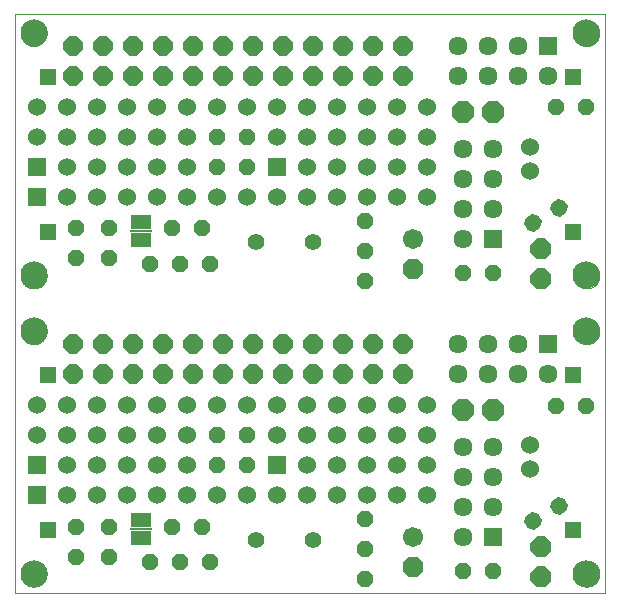
<source format=gts>
G75*
%MOIN*%
%OFA0B0*%
%FSLAX25Y25*%
%IPPOS*%
%LPD*%
%AMOC8*
5,1,8,0,0,1.08239X$1,22.5*
%
%ADD10C,0.00000*%
%ADD11C,0.09061*%
%ADD12OC8,0.05600*%
%ADD13C,0.06000*%
%ADD14R,0.06337X0.06337*%
%ADD15C,0.06337*%
%ADD16C,0.05600*%
%ADD17R,0.06000X0.06000*%
%ADD18R,0.05550X0.05550*%
%ADD19OC8,0.07000*%
%ADD20C,0.01120*%
%ADD21OC8,0.06700*%
%ADD22C,0.06700*%
%ADD23OC8,0.06400*%
%ADD24OC8,0.07400*%
%ADD25R,0.06700X0.05000*%
%ADD26R,0.07200X0.00600*%
D10*
X0024350Y0035363D02*
X0024350Y0228167D01*
X0221200Y0228167D01*
X0221200Y0035363D01*
X0024350Y0035363D01*
X0026318Y0041663D02*
X0026320Y0041794D01*
X0026326Y0041926D01*
X0026336Y0042057D01*
X0026350Y0042188D01*
X0026368Y0042318D01*
X0026390Y0042447D01*
X0026415Y0042576D01*
X0026445Y0042704D01*
X0026479Y0042831D01*
X0026516Y0042958D01*
X0026557Y0043082D01*
X0026602Y0043206D01*
X0026651Y0043328D01*
X0026703Y0043449D01*
X0026759Y0043567D01*
X0026819Y0043685D01*
X0026882Y0043800D01*
X0026949Y0043913D01*
X0027019Y0044025D01*
X0027092Y0044134D01*
X0027168Y0044240D01*
X0027248Y0044345D01*
X0027331Y0044447D01*
X0027417Y0044546D01*
X0027506Y0044643D01*
X0027598Y0044737D01*
X0027693Y0044828D01*
X0027790Y0044917D01*
X0027890Y0045002D01*
X0027993Y0045084D01*
X0028098Y0045163D01*
X0028205Y0045239D01*
X0028315Y0045311D01*
X0028427Y0045380D01*
X0028541Y0045446D01*
X0028656Y0045508D01*
X0028774Y0045567D01*
X0028893Y0045622D01*
X0029014Y0045674D01*
X0029137Y0045721D01*
X0029261Y0045765D01*
X0029386Y0045806D01*
X0029512Y0045842D01*
X0029640Y0045875D01*
X0029768Y0045903D01*
X0029897Y0045928D01*
X0030027Y0045949D01*
X0030157Y0045966D01*
X0030288Y0045979D01*
X0030419Y0045988D01*
X0030550Y0045993D01*
X0030682Y0045994D01*
X0030813Y0045991D01*
X0030945Y0045984D01*
X0031076Y0045973D01*
X0031206Y0045958D01*
X0031336Y0045939D01*
X0031466Y0045916D01*
X0031594Y0045890D01*
X0031722Y0045859D01*
X0031849Y0045824D01*
X0031975Y0045786D01*
X0032099Y0045744D01*
X0032223Y0045698D01*
X0032344Y0045648D01*
X0032464Y0045595D01*
X0032583Y0045538D01*
X0032700Y0045478D01*
X0032814Y0045414D01*
X0032927Y0045346D01*
X0033038Y0045275D01*
X0033147Y0045201D01*
X0033253Y0045124D01*
X0033357Y0045043D01*
X0033458Y0044960D01*
X0033557Y0044873D01*
X0033653Y0044783D01*
X0033746Y0044690D01*
X0033837Y0044595D01*
X0033924Y0044497D01*
X0034009Y0044396D01*
X0034090Y0044293D01*
X0034168Y0044187D01*
X0034243Y0044079D01*
X0034315Y0043969D01*
X0034383Y0043857D01*
X0034448Y0043743D01*
X0034509Y0043626D01*
X0034567Y0043508D01*
X0034621Y0043388D01*
X0034672Y0043267D01*
X0034719Y0043144D01*
X0034762Y0043020D01*
X0034801Y0042895D01*
X0034837Y0042768D01*
X0034868Y0042640D01*
X0034896Y0042512D01*
X0034920Y0042383D01*
X0034940Y0042253D01*
X0034956Y0042122D01*
X0034968Y0041991D01*
X0034976Y0041860D01*
X0034980Y0041729D01*
X0034980Y0041597D01*
X0034976Y0041466D01*
X0034968Y0041335D01*
X0034956Y0041204D01*
X0034940Y0041073D01*
X0034920Y0040943D01*
X0034896Y0040814D01*
X0034868Y0040686D01*
X0034837Y0040558D01*
X0034801Y0040431D01*
X0034762Y0040306D01*
X0034719Y0040182D01*
X0034672Y0040059D01*
X0034621Y0039938D01*
X0034567Y0039818D01*
X0034509Y0039700D01*
X0034448Y0039583D01*
X0034383Y0039469D01*
X0034315Y0039357D01*
X0034243Y0039247D01*
X0034168Y0039139D01*
X0034090Y0039033D01*
X0034009Y0038930D01*
X0033924Y0038829D01*
X0033837Y0038731D01*
X0033746Y0038636D01*
X0033653Y0038543D01*
X0033557Y0038453D01*
X0033458Y0038366D01*
X0033357Y0038283D01*
X0033253Y0038202D01*
X0033147Y0038125D01*
X0033038Y0038051D01*
X0032927Y0037980D01*
X0032815Y0037912D01*
X0032700Y0037848D01*
X0032583Y0037788D01*
X0032464Y0037731D01*
X0032344Y0037678D01*
X0032223Y0037628D01*
X0032099Y0037582D01*
X0031975Y0037540D01*
X0031849Y0037502D01*
X0031722Y0037467D01*
X0031594Y0037436D01*
X0031466Y0037410D01*
X0031336Y0037387D01*
X0031206Y0037368D01*
X0031076Y0037353D01*
X0030945Y0037342D01*
X0030813Y0037335D01*
X0030682Y0037332D01*
X0030550Y0037333D01*
X0030419Y0037338D01*
X0030288Y0037347D01*
X0030157Y0037360D01*
X0030027Y0037377D01*
X0029897Y0037398D01*
X0029768Y0037423D01*
X0029640Y0037451D01*
X0029512Y0037484D01*
X0029386Y0037520D01*
X0029261Y0037561D01*
X0029137Y0037605D01*
X0029014Y0037652D01*
X0028893Y0037704D01*
X0028774Y0037759D01*
X0028656Y0037818D01*
X0028541Y0037880D01*
X0028427Y0037946D01*
X0028315Y0038015D01*
X0028205Y0038087D01*
X0028098Y0038163D01*
X0027993Y0038242D01*
X0027890Y0038324D01*
X0027790Y0038409D01*
X0027693Y0038498D01*
X0027598Y0038589D01*
X0027506Y0038683D01*
X0027417Y0038780D01*
X0027331Y0038879D01*
X0027248Y0038981D01*
X0027168Y0039086D01*
X0027092Y0039192D01*
X0027019Y0039301D01*
X0026949Y0039413D01*
X0026882Y0039526D01*
X0026819Y0039641D01*
X0026759Y0039759D01*
X0026703Y0039877D01*
X0026651Y0039998D01*
X0026602Y0040120D01*
X0026557Y0040244D01*
X0026516Y0040368D01*
X0026479Y0040495D01*
X0026445Y0040622D01*
X0026415Y0040750D01*
X0026390Y0040879D01*
X0026368Y0041008D01*
X0026350Y0041138D01*
X0026336Y0041269D01*
X0026326Y0041400D01*
X0026320Y0041532D01*
X0026318Y0041663D01*
X0026318Y0122489D02*
X0026320Y0122620D01*
X0026326Y0122752D01*
X0026336Y0122883D01*
X0026350Y0123014D01*
X0026368Y0123144D01*
X0026390Y0123273D01*
X0026415Y0123402D01*
X0026445Y0123530D01*
X0026479Y0123657D01*
X0026516Y0123784D01*
X0026557Y0123908D01*
X0026602Y0124032D01*
X0026651Y0124154D01*
X0026703Y0124275D01*
X0026759Y0124393D01*
X0026819Y0124511D01*
X0026882Y0124626D01*
X0026949Y0124739D01*
X0027019Y0124851D01*
X0027092Y0124960D01*
X0027168Y0125066D01*
X0027248Y0125171D01*
X0027331Y0125273D01*
X0027417Y0125372D01*
X0027506Y0125469D01*
X0027598Y0125563D01*
X0027693Y0125654D01*
X0027790Y0125743D01*
X0027890Y0125828D01*
X0027993Y0125910D01*
X0028098Y0125989D01*
X0028205Y0126065D01*
X0028315Y0126137D01*
X0028427Y0126206D01*
X0028541Y0126272D01*
X0028656Y0126334D01*
X0028774Y0126393D01*
X0028893Y0126448D01*
X0029014Y0126500D01*
X0029137Y0126547D01*
X0029261Y0126591D01*
X0029386Y0126632D01*
X0029512Y0126668D01*
X0029640Y0126701D01*
X0029768Y0126729D01*
X0029897Y0126754D01*
X0030027Y0126775D01*
X0030157Y0126792D01*
X0030288Y0126805D01*
X0030419Y0126814D01*
X0030550Y0126819D01*
X0030682Y0126820D01*
X0030813Y0126817D01*
X0030945Y0126810D01*
X0031076Y0126799D01*
X0031206Y0126784D01*
X0031336Y0126765D01*
X0031466Y0126742D01*
X0031594Y0126716D01*
X0031722Y0126685D01*
X0031849Y0126650D01*
X0031975Y0126612D01*
X0032099Y0126570D01*
X0032223Y0126524D01*
X0032344Y0126474D01*
X0032464Y0126421D01*
X0032583Y0126364D01*
X0032700Y0126304D01*
X0032814Y0126240D01*
X0032927Y0126172D01*
X0033038Y0126101D01*
X0033147Y0126027D01*
X0033253Y0125950D01*
X0033357Y0125869D01*
X0033458Y0125786D01*
X0033557Y0125699D01*
X0033653Y0125609D01*
X0033746Y0125516D01*
X0033837Y0125421D01*
X0033924Y0125323D01*
X0034009Y0125222D01*
X0034090Y0125119D01*
X0034168Y0125013D01*
X0034243Y0124905D01*
X0034315Y0124795D01*
X0034383Y0124683D01*
X0034448Y0124569D01*
X0034509Y0124452D01*
X0034567Y0124334D01*
X0034621Y0124214D01*
X0034672Y0124093D01*
X0034719Y0123970D01*
X0034762Y0123846D01*
X0034801Y0123721D01*
X0034837Y0123594D01*
X0034868Y0123466D01*
X0034896Y0123338D01*
X0034920Y0123209D01*
X0034940Y0123079D01*
X0034956Y0122948D01*
X0034968Y0122817D01*
X0034976Y0122686D01*
X0034980Y0122555D01*
X0034980Y0122423D01*
X0034976Y0122292D01*
X0034968Y0122161D01*
X0034956Y0122030D01*
X0034940Y0121899D01*
X0034920Y0121769D01*
X0034896Y0121640D01*
X0034868Y0121512D01*
X0034837Y0121384D01*
X0034801Y0121257D01*
X0034762Y0121132D01*
X0034719Y0121008D01*
X0034672Y0120885D01*
X0034621Y0120764D01*
X0034567Y0120644D01*
X0034509Y0120526D01*
X0034448Y0120409D01*
X0034383Y0120295D01*
X0034315Y0120183D01*
X0034243Y0120073D01*
X0034168Y0119965D01*
X0034090Y0119859D01*
X0034009Y0119756D01*
X0033924Y0119655D01*
X0033837Y0119557D01*
X0033746Y0119462D01*
X0033653Y0119369D01*
X0033557Y0119279D01*
X0033458Y0119192D01*
X0033357Y0119109D01*
X0033253Y0119028D01*
X0033147Y0118951D01*
X0033038Y0118877D01*
X0032927Y0118806D01*
X0032815Y0118738D01*
X0032700Y0118674D01*
X0032583Y0118614D01*
X0032464Y0118557D01*
X0032344Y0118504D01*
X0032223Y0118454D01*
X0032099Y0118408D01*
X0031975Y0118366D01*
X0031849Y0118328D01*
X0031722Y0118293D01*
X0031594Y0118262D01*
X0031466Y0118236D01*
X0031336Y0118213D01*
X0031206Y0118194D01*
X0031076Y0118179D01*
X0030945Y0118168D01*
X0030813Y0118161D01*
X0030682Y0118158D01*
X0030550Y0118159D01*
X0030419Y0118164D01*
X0030288Y0118173D01*
X0030157Y0118186D01*
X0030027Y0118203D01*
X0029897Y0118224D01*
X0029768Y0118249D01*
X0029640Y0118277D01*
X0029512Y0118310D01*
X0029386Y0118346D01*
X0029261Y0118387D01*
X0029137Y0118431D01*
X0029014Y0118478D01*
X0028893Y0118530D01*
X0028774Y0118585D01*
X0028656Y0118644D01*
X0028541Y0118706D01*
X0028427Y0118772D01*
X0028315Y0118841D01*
X0028205Y0118913D01*
X0028098Y0118989D01*
X0027993Y0119068D01*
X0027890Y0119150D01*
X0027790Y0119235D01*
X0027693Y0119324D01*
X0027598Y0119415D01*
X0027506Y0119509D01*
X0027417Y0119606D01*
X0027331Y0119705D01*
X0027248Y0119807D01*
X0027168Y0119912D01*
X0027092Y0120018D01*
X0027019Y0120127D01*
X0026949Y0120239D01*
X0026882Y0120352D01*
X0026819Y0120467D01*
X0026759Y0120585D01*
X0026703Y0120703D01*
X0026651Y0120824D01*
X0026602Y0120946D01*
X0026557Y0121070D01*
X0026516Y0121194D01*
X0026479Y0121321D01*
X0026445Y0121448D01*
X0026415Y0121576D01*
X0026390Y0121705D01*
X0026368Y0121834D01*
X0026350Y0121964D01*
X0026336Y0122095D01*
X0026326Y0122226D01*
X0026320Y0122358D01*
X0026318Y0122489D01*
X0026318Y0141041D02*
X0026320Y0141172D01*
X0026326Y0141304D01*
X0026336Y0141435D01*
X0026350Y0141566D01*
X0026368Y0141696D01*
X0026390Y0141825D01*
X0026415Y0141954D01*
X0026445Y0142082D01*
X0026479Y0142209D01*
X0026516Y0142336D01*
X0026557Y0142460D01*
X0026602Y0142584D01*
X0026651Y0142706D01*
X0026703Y0142827D01*
X0026759Y0142945D01*
X0026819Y0143063D01*
X0026882Y0143178D01*
X0026949Y0143291D01*
X0027019Y0143403D01*
X0027092Y0143512D01*
X0027168Y0143618D01*
X0027248Y0143723D01*
X0027331Y0143825D01*
X0027417Y0143924D01*
X0027506Y0144021D01*
X0027598Y0144115D01*
X0027693Y0144206D01*
X0027790Y0144295D01*
X0027890Y0144380D01*
X0027993Y0144462D01*
X0028098Y0144541D01*
X0028205Y0144617D01*
X0028315Y0144689D01*
X0028427Y0144758D01*
X0028541Y0144824D01*
X0028656Y0144886D01*
X0028774Y0144945D01*
X0028893Y0145000D01*
X0029014Y0145052D01*
X0029137Y0145099D01*
X0029261Y0145143D01*
X0029386Y0145184D01*
X0029512Y0145220D01*
X0029640Y0145253D01*
X0029768Y0145281D01*
X0029897Y0145306D01*
X0030027Y0145327D01*
X0030157Y0145344D01*
X0030288Y0145357D01*
X0030419Y0145366D01*
X0030550Y0145371D01*
X0030682Y0145372D01*
X0030813Y0145369D01*
X0030945Y0145362D01*
X0031076Y0145351D01*
X0031206Y0145336D01*
X0031336Y0145317D01*
X0031466Y0145294D01*
X0031594Y0145268D01*
X0031722Y0145237D01*
X0031849Y0145202D01*
X0031975Y0145164D01*
X0032099Y0145122D01*
X0032223Y0145076D01*
X0032344Y0145026D01*
X0032464Y0144973D01*
X0032583Y0144916D01*
X0032700Y0144856D01*
X0032814Y0144792D01*
X0032927Y0144724D01*
X0033038Y0144653D01*
X0033147Y0144579D01*
X0033253Y0144502D01*
X0033357Y0144421D01*
X0033458Y0144338D01*
X0033557Y0144251D01*
X0033653Y0144161D01*
X0033746Y0144068D01*
X0033837Y0143973D01*
X0033924Y0143875D01*
X0034009Y0143774D01*
X0034090Y0143671D01*
X0034168Y0143565D01*
X0034243Y0143457D01*
X0034315Y0143347D01*
X0034383Y0143235D01*
X0034448Y0143121D01*
X0034509Y0143004D01*
X0034567Y0142886D01*
X0034621Y0142766D01*
X0034672Y0142645D01*
X0034719Y0142522D01*
X0034762Y0142398D01*
X0034801Y0142273D01*
X0034837Y0142146D01*
X0034868Y0142018D01*
X0034896Y0141890D01*
X0034920Y0141761D01*
X0034940Y0141631D01*
X0034956Y0141500D01*
X0034968Y0141369D01*
X0034976Y0141238D01*
X0034980Y0141107D01*
X0034980Y0140975D01*
X0034976Y0140844D01*
X0034968Y0140713D01*
X0034956Y0140582D01*
X0034940Y0140451D01*
X0034920Y0140321D01*
X0034896Y0140192D01*
X0034868Y0140064D01*
X0034837Y0139936D01*
X0034801Y0139809D01*
X0034762Y0139684D01*
X0034719Y0139560D01*
X0034672Y0139437D01*
X0034621Y0139316D01*
X0034567Y0139196D01*
X0034509Y0139078D01*
X0034448Y0138961D01*
X0034383Y0138847D01*
X0034315Y0138735D01*
X0034243Y0138625D01*
X0034168Y0138517D01*
X0034090Y0138411D01*
X0034009Y0138308D01*
X0033924Y0138207D01*
X0033837Y0138109D01*
X0033746Y0138014D01*
X0033653Y0137921D01*
X0033557Y0137831D01*
X0033458Y0137744D01*
X0033357Y0137661D01*
X0033253Y0137580D01*
X0033147Y0137503D01*
X0033038Y0137429D01*
X0032927Y0137358D01*
X0032815Y0137290D01*
X0032700Y0137226D01*
X0032583Y0137166D01*
X0032464Y0137109D01*
X0032344Y0137056D01*
X0032223Y0137006D01*
X0032099Y0136960D01*
X0031975Y0136918D01*
X0031849Y0136880D01*
X0031722Y0136845D01*
X0031594Y0136814D01*
X0031466Y0136788D01*
X0031336Y0136765D01*
X0031206Y0136746D01*
X0031076Y0136731D01*
X0030945Y0136720D01*
X0030813Y0136713D01*
X0030682Y0136710D01*
X0030550Y0136711D01*
X0030419Y0136716D01*
X0030288Y0136725D01*
X0030157Y0136738D01*
X0030027Y0136755D01*
X0029897Y0136776D01*
X0029768Y0136801D01*
X0029640Y0136829D01*
X0029512Y0136862D01*
X0029386Y0136898D01*
X0029261Y0136939D01*
X0029137Y0136983D01*
X0029014Y0137030D01*
X0028893Y0137082D01*
X0028774Y0137137D01*
X0028656Y0137196D01*
X0028541Y0137258D01*
X0028427Y0137324D01*
X0028315Y0137393D01*
X0028205Y0137465D01*
X0028098Y0137541D01*
X0027993Y0137620D01*
X0027890Y0137702D01*
X0027790Y0137787D01*
X0027693Y0137876D01*
X0027598Y0137967D01*
X0027506Y0138061D01*
X0027417Y0138158D01*
X0027331Y0138257D01*
X0027248Y0138359D01*
X0027168Y0138464D01*
X0027092Y0138570D01*
X0027019Y0138679D01*
X0026949Y0138791D01*
X0026882Y0138904D01*
X0026819Y0139019D01*
X0026759Y0139137D01*
X0026703Y0139255D01*
X0026651Y0139376D01*
X0026602Y0139498D01*
X0026557Y0139622D01*
X0026516Y0139746D01*
X0026479Y0139873D01*
X0026445Y0140000D01*
X0026415Y0140128D01*
X0026390Y0140257D01*
X0026368Y0140386D01*
X0026350Y0140516D01*
X0026336Y0140647D01*
X0026326Y0140778D01*
X0026320Y0140910D01*
X0026318Y0141041D01*
X0026318Y0221867D02*
X0026320Y0221998D01*
X0026326Y0222130D01*
X0026336Y0222261D01*
X0026350Y0222392D01*
X0026368Y0222522D01*
X0026390Y0222651D01*
X0026415Y0222780D01*
X0026445Y0222908D01*
X0026479Y0223035D01*
X0026516Y0223162D01*
X0026557Y0223286D01*
X0026602Y0223410D01*
X0026651Y0223532D01*
X0026703Y0223653D01*
X0026759Y0223771D01*
X0026819Y0223889D01*
X0026882Y0224004D01*
X0026949Y0224117D01*
X0027019Y0224229D01*
X0027092Y0224338D01*
X0027168Y0224444D01*
X0027248Y0224549D01*
X0027331Y0224651D01*
X0027417Y0224750D01*
X0027506Y0224847D01*
X0027598Y0224941D01*
X0027693Y0225032D01*
X0027790Y0225121D01*
X0027890Y0225206D01*
X0027993Y0225288D01*
X0028098Y0225367D01*
X0028205Y0225443D01*
X0028315Y0225515D01*
X0028427Y0225584D01*
X0028541Y0225650D01*
X0028656Y0225712D01*
X0028774Y0225771D01*
X0028893Y0225826D01*
X0029014Y0225878D01*
X0029137Y0225925D01*
X0029261Y0225969D01*
X0029386Y0226010D01*
X0029512Y0226046D01*
X0029640Y0226079D01*
X0029768Y0226107D01*
X0029897Y0226132D01*
X0030027Y0226153D01*
X0030157Y0226170D01*
X0030288Y0226183D01*
X0030419Y0226192D01*
X0030550Y0226197D01*
X0030682Y0226198D01*
X0030813Y0226195D01*
X0030945Y0226188D01*
X0031076Y0226177D01*
X0031206Y0226162D01*
X0031336Y0226143D01*
X0031466Y0226120D01*
X0031594Y0226094D01*
X0031722Y0226063D01*
X0031849Y0226028D01*
X0031975Y0225990D01*
X0032099Y0225948D01*
X0032223Y0225902D01*
X0032344Y0225852D01*
X0032464Y0225799D01*
X0032583Y0225742D01*
X0032700Y0225682D01*
X0032814Y0225618D01*
X0032927Y0225550D01*
X0033038Y0225479D01*
X0033147Y0225405D01*
X0033253Y0225328D01*
X0033357Y0225247D01*
X0033458Y0225164D01*
X0033557Y0225077D01*
X0033653Y0224987D01*
X0033746Y0224894D01*
X0033837Y0224799D01*
X0033924Y0224701D01*
X0034009Y0224600D01*
X0034090Y0224497D01*
X0034168Y0224391D01*
X0034243Y0224283D01*
X0034315Y0224173D01*
X0034383Y0224061D01*
X0034448Y0223947D01*
X0034509Y0223830D01*
X0034567Y0223712D01*
X0034621Y0223592D01*
X0034672Y0223471D01*
X0034719Y0223348D01*
X0034762Y0223224D01*
X0034801Y0223099D01*
X0034837Y0222972D01*
X0034868Y0222844D01*
X0034896Y0222716D01*
X0034920Y0222587D01*
X0034940Y0222457D01*
X0034956Y0222326D01*
X0034968Y0222195D01*
X0034976Y0222064D01*
X0034980Y0221933D01*
X0034980Y0221801D01*
X0034976Y0221670D01*
X0034968Y0221539D01*
X0034956Y0221408D01*
X0034940Y0221277D01*
X0034920Y0221147D01*
X0034896Y0221018D01*
X0034868Y0220890D01*
X0034837Y0220762D01*
X0034801Y0220635D01*
X0034762Y0220510D01*
X0034719Y0220386D01*
X0034672Y0220263D01*
X0034621Y0220142D01*
X0034567Y0220022D01*
X0034509Y0219904D01*
X0034448Y0219787D01*
X0034383Y0219673D01*
X0034315Y0219561D01*
X0034243Y0219451D01*
X0034168Y0219343D01*
X0034090Y0219237D01*
X0034009Y0219134D01*
X0033924Y0219033D01*
X0033837Y0218935D01*
X0033746Y0218840D01*
X0033653Y0218747D01*
X0033557Y0218657D01*
X0033458Y0218570D01*
X0033357Y0218487D01*
X0033253Y0218406D01*
X0033147Y0218329D01*
X0033038Y0218255D01*
X0032927Y0218184D01*
X0032815Y0218116D01*
X0032700Y0218052D01*
X0032583Y0217992D01*
X0032464Y0217935D01*
X0032344Y0217882D01*
X0032223Y0217832D01*
X0032099Y0217786D01*
X0031975Y0217744D01*
X0031849Y0217706D01*
X0031722Y0217671D01*
X0031594Y0217640D01*
X0031466Y0217614D01*
X0031336Y0217591D01*
X0031206Y0217572D01*
X0031076Y0217557D01*
X0030945Y0217546D01*
X0030813Y0217539D01*
X0030682Y0217536D01*
X0030550Y0217537D01*
X0030419Y0217542D01*
X0030288Y0217551D01*
X0030157Y0217564D01*
X0030027Y0217581D01*
X0029897Y0217602D01*
X0029768Y0217627D01*
X0029640Y0217655D01*
X0029512Y0217688D01*
X0029386Y0217724D01*
X0029261Y0217765D01*
X0029137Y0217809D01*
X0029014Y0217856D01*
X0028893Y0217908D01*
X0028774Y0217963D01*
X0028656Y0218022D01*
X0028541Y0218084D01*
X0028427Y0218150D01*
X0028315Y0218219D01*
X0028205Y0218291D01*
X0028098Y0218367D01*
X0027993Y0218446D01*
X0027890Y0218528D01*
X0027790Y0218613D01*
X0027693Y0218702D01*
X0027598Y0218793D01*
X0027506Y0218887D01*
X0027417Y0218984D01*
X0027331Y0219083D01*
X0027248Y0219185D01*
X0027168Y0219290D01*
X0027092Y0219396D01*
X0027019Y0219505D01*
X0026949Y0219617D01*
X0026882Y0219730D01*
X0026819Y0219845D01*
X0026759Y0219963D01*
X0026703Y0220081D01*
X0026651Y0220202D01*
X0026602Y0220324D01*
X0026557Y0220448D01*
X0026516Y0220572D01*
X0026479Y0220699D01*
X0026445Y0220826D01*
X0026415Y0220954D01*
X0026390Y0221083D01*
X0026368Y0221212D01*
X0026350Y0221342D01*
X0026336Y0221473D01*
X0026326Y0221604D01*
X0026320Y0221736D01*
X0026318Y0221867D01*
X0210570Y0221867D02*
X0210572Y0221998D01*
X0210578Y0222130D01*
X0210588Y0222261D01*
X0210602Y0222392D01*
X0210620Y0222522D01*
X0210642Y0222651D01*
X0210667Y0222780D01*
X0210697Y0222908D01*
X0210731Y0223035D01*
X0210768Y0223162D01*
X0210809Y0223286D01*
X0210854Y0223410D01*
X0210903Y0223532D01*
X0210955Y0223653D01*
X0211011Y0223771D01*
X0211071Y0223889D01*
X0211134Y0224004D01*
X0211201Y0224117D01*
X0211271Y0224229D01*
X0211344Y0224338D01*
X0211420Y0224444D01*
X0211500Y0224549D01*
X0211583Y0224651D01*
X0211669Y0224750D01*
X0211758Y0224847D01*
X0211850Y0224941D01*
X0211945Y0225032D01*
X0212042Y0225121D01*
X0212142Y0225206D01*
X0212245Y0225288D01*
X0212350Y0225367D01*
X0212457Y0225443D01*
X0212567Y0225515D01*
X0212679Y0225584D01*
X0212793Y0225650D01*
X0212908Y0225712D01*
X0213026Y0225771D01*
X0213145Y0225826D01*
X0213266Y0225878D01*
X0213389Y0225925D01*
X0213513Y0225969D01*
X0213638Y0226010D01*
X0213764Y0226046D01*
X0213892Y0226079D01*
X0214020Y0226107D01*
X0214149Y0226132D01*
X0214279Y0226153D01*
X0214409Y0226170D01*
X0214540Y0226183D01*
X0214671Y0226192D01*
X0214802Y0226197D01*
X0214934Y0226198D01*
X0215065Y0226195D01*
X0215197Y0226188D01*
X0215328Y0226177D01*
X0215458Y0226162D01*
X0215588Y0226143D01*
X0215718Y0226120D01*
X0215846Y0226094D01*
X0215974Y0226063D01*
X0216101Y0226028D01*
X0216227Y0225990D01*
X0216351Y0225948D01*
X0216475Y0225902D01*
X0216596Y0225852D01*
X0216716Y0225799D01*
X0216835Y0225742D01*
X0216952Y0225682D01*
X0217066Y0225618D01*
X0217179Y0225550D01*
X0217290Y0225479D01*
X0217399Y0225405D01*
X0217505Y0225328D01*
X0217609Y0225247D01*
X0217710Y0225164D01*
X0217809Y0225077D01*
X0217905Y0224987D01*
X0217998Y0224894D01*
X0218089Y0224799D01*
X0218176Y0224701D01*
X0218261Y0224600D01*
X0218342Y0224497D01*
X0218420Y0224391D01*
X0218495Y0224283D01*
X0218567Y0224173D01*
X0218635Y0224061D01*
X0218700Y0223947D01*
X0218761Y0223830D01*
X0218819Y0223712D01*
X0218873Y0223592D01*
X0218924Y0223471D01*
X0218971Y0223348D01*
X0219014Y0223224D01*
X0219053Y0223099D01*
X0219089Y0222972D01*
X0219120Y0222844D01*
X0219148Y0222716D01*
X0219172Y0222587D01*
X0219192Y0222457D01*
X0219208Y0222326D01*
X0219220Y0222195D01*
X0219228Y0222064D01*
X0219232Y0221933D01*
X0219232Y0221801D01*
X0219228Y0221670D01*
X0219220Y0221539D01*
X0219208Y0221408D01*
X0219192Y0221277D01*
X0219172Y0221147D01*
X0219148Y0221018D01*
X0219120Y0220890D01*
X0219089Y0220762D01*
X0219053Y0220635D01*
X0219014Y0220510D01*
X0218971Y0220386D01*
X0218924Y0220263D01*
X0218873Y0220142D01*
X0218819Y0220022D01*
X0218761Y0219904D01*
X0218700Y0219787D01*
X0218635Y0219673D01*
X0218567Y0219561D01*
X0218495Y0219451D01*
X0218420Y0219343D01*
X0218342Y0219237D01*
X0218261Y0219134D01*
X0218176Y0219033D01*
X0218089Y0218935D01*
X0217998Y0218840D01*
X0217905Y0218747D01*
X0217809Y0218657D01*
X0217710Y0218570D01*
X0217609Y0218487D01*
X0217505Y0218406D01*
X0217399Y0218329D01*
X0217290Y0218255D01*
X0217179Y0218184D01*
X0217067Y0218116D01*
X0216952Y0218052D01*
X0216835Y0217992D01*
X0216716Y0217935D01*
X0216596Y0217882D01*
X0216475Y0217832D01*
X0216351Y0217786D01*
X0216227Y0217744D01*
X0216101Y0217706D01*
X0215974Y0217671D01*
X0215846Y0217640D01*
X0215718Y0217614D01*
X0215588Y0217591D01*
X0215458Y0217572D01*
X0215328Y0217557D01*
X0215197Y0217546D01*
X0215065Y0217539D01*
X0214934Y0217536D01*
X0214802Y0217537D01*
X0214671Y0217542D01*
X0214540Y0217551D01*
X0214409Y0217564D01*
X0214279Y0217581D01*
X0214149Y0217602D01*
X0214020Y0217627D01*
X0213892Y0217655D01*
X0213764Y0217688D01*
X0213638Y0217724D01*
X0213513Y0217765D01*
X0213389Y0217809D01*
X0213266Y0217856D01*
X0213145Y0217908D01*
X0213026Y0217963D01*
X0212908Y0218022D01*
X0212793Y0218084D01*
X0212679Y0218150D01*
X0212567Y0218219D01*
X0212457Y0218291D01*
X0212350Y0218367D01*
X0212245Y0218446D01*
X0212142Y0218528D01*
X0212042Y0218613D01*
X0211945Y0218702D01*
X0211850Y0218793D01*
X0211758Y0218887D01*
X0211669Y0218984D01*
X0211583Y0219083D01*
X0211500Y0219185D01*
X0211420Y0219290D01*
X0211344Y0219396D01*
X0211271Y0219505D01*
X0211201Y0219617D01*
X0211134Y0219730D01*
X0211071Y0219845D01*
X0211011Y0219963D01*
X0210955Y0220081D01*
X0210903Y0220202D01*
X0210854Y0220324D01*
X0210809Y0220448D01*
X0210768Y0220572D01*
X0210731Y0220699D01*
X0210697Y0220826D01*
X0210667Y0220954D01*
X0210642Y0221083D01*
X0210620Y0221212D01*
X0210602Y0221342D01*
X0210588Y0221473D01*
X0210578Y0221604D01*
X0210572Y0221736D01*
X0210570Y0221867D01*
X0210570Y0141041D02*
X0210572Y0141172D01*
X0210578Y0141304D01*
X0210588Y0141435D01*
X0210602Y0141566D01*
X0210620Y0141696D01*
X0210642Y0141825D01*
X0210667Y0141954D01*
X0210697Y0142082D01*
X0210731Y0142209D01*
X0210768Y0142336D01*
X0210809Y0142460D01*
X0210854Y0142584D01*
X0210903Y0142706D01*
X0210955Y0142827D01*
X0211011Y0142945D01*
X0211071Y0143063D01*
X0211134Y0143178D01*
X0211201Y0143291D01*
X0211271Y0143403D01*
X0211344Y0143512D01*
X0211420Y0143618D01*
X0211500Y0143723D01*
X0211583Y0143825D01*
X0211669Y0143924D01*
X0211758Y0144021D01*
X0211850Y0144115D01*
X0211945Y0144206D01*
X0212042Y0144295D01*
X0212142Y0144380D01*
X0212245Y0144462D01*
X0212350Y0144541D01*
X0212457Y0144617D01*
X0212567Y0144689D01*
X0212679Y0144758D01*
X0212793Y0144824D01*
X0212908Y0144886D01*
X0213026Y0144945D01*
X0213145Y0145000D01*
X0213266Y0145052D01*
X0213389Y0145099D01*
X0213513Y0145143D01*
X0213638Y0145184D01*
X0213764Y0145220D01*
X0213892Y0145253D01*
X0214020Y0145281D01*
X0214149Y0145306D01*
X0214279Y0145327D01*
X0214409Y0145344D01*
X0214540Y0145357D01*
X0214671Y0145366D01*
X0214802Y0145371D01*
X0214934Y0145372D01*
X0215065Y0145369D01*
X0215197Y0145362D01*
X0215328Y0145351D01*
X0215458Y0145336D01*
X0215588Y0145317D01*
X0215718Y0145294D01*
X0215846Y0145268D01*
X0215974Y0145237D01*
X0216101Y0145202D01*
X0216227Y0145164D01*
X0216351Y0145122D01*
X0216475Y0145076D01*
X0216596Y0145026D01*
X0216716Y0144973D01*
X0216835Y0144916D01*
X0216952Y0144856D01*
X0217066Y0144792D01*
X0217179Y0144724D01*
X0217290Y0144653D01*
X0217399Y0144579D01*
X0217505Y0144502D01*
X0217609Y0144421D01*
X0217710Y0144338D01*
X0217809Y0144251D01*
X0217905Y0144161D01*
X0217998Y0144068D01*
X0218089Y0143973D01*
X0218176Y0143875D01*
X0218261Y0143774D01*
X0218342Y0143671D01*
X0218420Y0143565D01*
X0218495Y0143457D01*
X0218567Y0143347D01*
X0218635Y0143235D01*
X0218700Y0143121D01*
X0218761Y0143004D01*
X0218819Y0142886D01*
X0218873Y0142766D01*
X0218924Y0142645D01*
X0218971Y0142522D01*
X0219014Y0142398D01*
X0219053Y0142273D01*
X0219089Y0142146D01*
X0219120Y0142018D01*
X0219148Y0141890D01*
X0219172Y0141761D01*
X0219192Y0141631D01*
X0219208Y0141500D01*
X0219220Y0141369D01*
X0219228Y0141238D01*
X0219232Y0141107D01*
X0219232Y0140975D01*
X0219228Y0140844D01*
X0219220Y0140713D01*
X0219208Y0140582D01*
X0219192Y0140451D01*
X0219172Y0140321D01*
X0219148Y0140192D01*
X0219120Y0140064D01*
X0219089Y0139936D01*
X0219053Y0139809D01*
X0219014Y0139684D01*
X0218971Y0139560D01*
X0218924Y0139437D01*
X0218873Y0139316D01*
X0218819Y0139196D01*
X0218761Y0139078D01*
X0218700Y0138961D01*
X0218635Y0138847D01*
X0218567Y0138735D01*
X0218495Y0138625D01*
X0218420Y0138517D01*
X0218342Y0138411D01*
X0218261Y0138308D01*
X0218176Y0138207D01*
X0218089Y0138109D01*
X0217998Y0138014D01*
X0217905Y0137921D01*
X0217809Y0137831D01*
X0217710Y0137744D01*
X0217609Y0137661D01*
X0217505Y0137580D01*
X0217399Y0137503D01*
X0217290Y0137429D01*
X0217179Y0137358D01*
X0217067Y0137290D01*
X0216952Y0137226D01*
X0216835Y0137166D01*
X0216716Y0137109D01*
X0216596Y0137056D01*
X0216475Y0137006D01*
X0216351Y0136960D01*
X0216227Y0136918D01*
X0216101Y0136880D01*
X0215974Y0136845D01*
X0215846Y0136814D01*
X0215718Y0136788D01*
X0215588Y0136765D01*
X0215458Y0136746D01*
X0215328Y0136731D01*
X0215197Y0136720D01*
X0215065Y0136713D01*
X0214934Y0136710D01*
X0214802Y0136711D01*
X0214671Y0136716D01*
X0214540Y0136725D01*
X0214409Y0136738D01*
X0214279Y0136755D01*
X0214149Y0136776D01*
X0214020Y0136801D01*
X0213892Y0136829D01*
X0213764Y0136862D01*
X0213638Y0136898D01*
X0213513Y0136939D01*
X0213389Y0136983D01*
X0213266Y0137030D01*
X0213145Y0137082D01*
X0213026Y0137137D01*
X0212908Y0137196D01*
X0212793Y0137258D01*
X0212679Y0137324D01*
X0212567Y0137393D01*
X0212457Y0137465D01*
X0212350Y0137541D01*
X0212245Y0137620D01*
X0212142Y0137702D01*
X0212042Y0137787D01*
X0211945Y0137876D01*
X0211850Y0137967D01*
X0211758Y0138061D01*
X0211669Y0138158D01*
X0211583Y0138257D01*
X0211500Y0138359D01*
X0211420Y0138464D01*
X0211344Y0138570D01*
X0211271Y0138679D01*
X0211201Y0138791D01*
X0211134Y0138904D01*
X0211071Y0139019D01*
X0211011Y0139137D01*
X0210955Y0139255D01*
X0210903Y0139376D01*
X0210854Y0139498D01*
X0210809Y0139622D01*
X0210768Y0139746D01*
X0210731Y0139873D01*
X0210697Y0140000D01*
X0210667Y0140128D01*
X0210642Y0140257D01*
X0210620Y0140386D01*
X0210602Y0140516D01*
X0210588Y0140647D01*
X0210578Y0140778D01*
X0210572Y0140910D01*
X0210570Y0141041D01*
X0210570Y0122489D02*
X0210572Y0122620D01*
X0210578Y0122752D01*
X0210588Y0122883D01*
X0210602Y0123014D01*
X0210620Y0123144D01*
X0210642Y0123273D01*
X0210667Y0123402D01*
X0210697Y0123530D01*
X0210731Y0123657D01*
X0210768Y0123784D01*
X0210809Y0123908D01*
X0210854Y0124032D01*
X0210903Y0124154D01*
X0210955Y0124275D01*
X0211011Y0124393D01*
X0211071Y0124511D01*
X0211134Y0124626D01*
X0211201Y0124739D01*
X0211271Y0124851D01*
X0211344Y0124960D01*
X0211420Y0125066D01*
X0211500Y0125171D01*
X0211583Y0125273D01*
X0211669Y0125372D01*
X0211758Y0125469D01*
X0211850Y0125563D01*
X0211945Y0125654D01*
X0212042Y0125743D01*
X0212142Y0125828D01*
X0212245Y0125910D01*
X0212350Y0125989D01*
X0212457Y0126065D01*
X0212567Y0126137D01*
X0212679Y0126206D01*
X0212793Y0126272D01*
X0212908Y0126334D01*
X0213026Y0126393D01*
X0213145Y0126448D01*
X0213266Y0126500D01*
X0213389Y0126547D01*
X0213513Y0126591D01*
X0213638Y0126632D01*
X0213764Y0126668D01*
X0213892Y0126701D01*
X0214020Y0126729D01*
X0214149Y0126754D01*
X0214279Y0126775D01*
X0214409Y0126792D01*
X0214540Y0126805D01*
X0214671Y0126814D01*
X0214802Y0126819D01*
X0214934Y0126820D01*
X0215065Y0126817D01*
X0215197Y0126810D01*
X0215328Y0126799D01*
X0215458Y0126784D01*
X0215588Y0126765D01*
X0215718Y0126742D01*
X0215846Y0126716D01*
X0215974Y0126685D01*
X0216101Y0126650D01*
X0216227Y0126612D01*
X0216351Y0126570D01*
X0216475Y0126524D01*
X0216596Y0126474D01*
X0216716Y0126421D01*
X0216835Y0126364D01*
X0216952Y0126304D01*
X0217066Y0126240D01*
X0217179Y0126172D01*
X0217290Y0126101D01*
X0217399Y0126027D01*
X0217505Y0125950D01*
X0217609Y0125869D01*
X0217710Y0125786D01*
X0217809Y0125699D01*
X0217905Y0125609D01*
X0217998Y0125516D01*
X0218089Y0125421D01*
X0218176Y0125323D01*
X0218261Y0125222D01*
X0218342Y0125119D01*
X0218420Y0125013D01*
X0218495Y0124905D01*
X0218567Y0124795D01*
X0218635Y0124683D01*
X0218700Y0124569D01*
X0218761Y0124452D01*
X0218819Y0124334D01*
X0218873Y0124214D01*
X0218924Y0124093D01*
X0218971Y0123970D01*
X0219014Y0123846D01*
X0219053Y0123721D01*
X0219089Y0123594D01*
X0219120Y0123466D01*
X0219148Y0123338D01*
X0219172Y0123209D01*
X0219192Y0123079D01*
X0219208Y0122948D01*
X0219220Y0122817D01*
X0219228Y0122686D01*
X0219232Y0122555D01*
X0219232Y0122423D01*
X0219228Y0122292D01*
X0219220Y0122161D01*
X0219208Y0122030D01*
X0219192Y0121899D01*
X0219172Y0121769D01*
X0219148Y0121640D01*
X0219120Y0121512D01*
X0219089Y0121384D01*
X0219053Y0121257D01*
X0219014Y0121132D01*
X0218971Y0121008D01*
X0218924Y0120885D01*
X0218873Y0120764D01*
X0218819Y0120644D01*
X0218761Y0120526D01*
X0218700Y0120409D01*
X0218635Y0120295D01*
X0218567Y0120183D01*
X0218495Y0120073D01*
X0218420Y0119965D01*
X0218342Y0119859D01*
X0218261Y0119756D01*
X0218176Y0119655D01*
X0218089Y0119557D01*
X0217998Y0119462D01*
X0217905Y0119369D01*
X0217809Y0119279D01*
X0217710Y0119192D01*
X0217609Y0119109D01*
X0217505Y0119028D01*
X0217399Y0118951D01*
X0217290Y0118877D01*
X0217179Y0118806D01*
X0217067Y0118738D01*
X0216952Y0118674D01*
X0216835Y0118614D01*
X0216716Y0118557D01*
X0216596Y0118504D01*
X0216475Y0118454D01*
X0216351Y0118408D01*
X0216227Y0118366D01*
X0216101Y0118328D01*
X0215974Y0118293D01*
X0215846Y0118262D01*
X0215718Y0118236D01*
X0215588Y0118213D01*
X0215458Y0118194D01*
X0215328Y0118179D01*
X0215197Y0118168D01*
X0215065Y0118161D01*
X0214934Y0118158D01*
X0214802Y0118159D01*
X0214671Y0118164D01*
X0214540Y0118173D01*
X0214409Y0118186D01*
X0214279Y0118203D01*
X0214149Y0118224D01*
X0214020Y0118249D01*
X0213892Y0118277D01*
X0213764Y0118310D01*
X0213638Y0118346D01*
X0213513Y0118387D01*
X0213389Y0118431D01*
X0213266Y0118478D01*
X0213145Y0118530D01*
X0213026Y0118585D01*
X0212908Y0118644D01*
X0212793Y0118706D01*
X0212679Y0118772D01*
X0212567Y0118841D01*
X0212457Y0118913D01*
X0212350Y0118989D01*
X0212245Y0119068D01*
X0212142Y0119150D01*
X0212042Y0119235D01*
X0211945Y0119324D01*
X0211850Y0119415D01*
X0211758Y0119509D01*
X0211669Y0119606D01*
X0211583Y0119705D01*
X0211500Y0119807D01*
X0211420Y0119912D01*
X0211344Y0120018D01*
X0211271Y0120127D01*
X0211201Y0120239D01*
X0211134Y0120352D01*
X0211071Y0120467D01*
X0211011Y0120585D01*
X0210955Y0120703D01*
X0210903Y0120824D01*
X0210854Y0120946D01*
X0210809Y0121070D01*
X0210768Y0121194D01*
X0210731Y0121321D01*
X0210697Y0121448D01*
X0210667Y0121576D01*
X0210642Y0121705D01*
X0210620Y0121834D01*
X0210602Y0121964D01*
X0210588Y0122095D01*
X0210578Y0122226D01*
X0210572Y0122358D01*
X0210570Y0122489D01*
X0210570Y0041663D02*
X0210572Y0041794D01*
X0210578Y0041926D01*
X0210588Y0042057D01*
X0210602Y0042188D01*
X0210620Y0042318D01*
X0210642Y0042447D01*
X0210667Y0042576D01*
X0210697Y0042704D01*
X0210731Y0042831D01*
X0210768Y0042958D01*
X0210809Y0043082D01*
X0210854Y0043206D01*
X0210903Y0043328D01*
X0210955Y0043449D01*
X0211011Y0043567D01*
X0211071Y0043685D01*
X0211134Y0043800D01*
X0211201Y0043913D01*
X0211271Y0044025D01*
X0211344Y0044134D01*
X0211420Y0044240D01*
X0211500Y0044345D01*
X0211583Y0044447D01*
X0211669Y0044546D01*
X0211758Y0044643D01*
X0211850Y0044737D01*
X0211945Y0044828D01*
X0212042Y0044917D01*
X0212142Y0045002D01*
X0212245Y0045084D01*
X0212350Y0045163D01*
X0212457Y0045239D01*
X0212567Y0045311D01*
X0212679Y0045380D01*
X0212793Y0045446D01*
X0212908Y0045508D01*
X0213026Y0045567D01*
X0213145Y0045622D01*
X0213266Y0045674D01*
X0213389Y0045721D01*
X0213513Y0045765D01*
X0213638Y0045806D01*
X0213764Y0045842D01*
X0213892Y0045875D01*
X0214020Y0045903D01*
X0214149Y0045928D01*
X0214279Y0045949D01*
X0214409Y0045966D01*
X0214540Y0045979D01*
X0214671Y0045988D01*
X0214802Y0045993D01*
X0214934Y0045994D01*
X0215065Y0045991D01*
X0215197Y0045984D01*
X0215328Y0045973D01*
X0215458Y0045958D01*
X0215588Y0045939D01*
X0215718Y0045916D01*
X0215846Y0045890D01*
X0215974Y0045859D01*
X0216101Y0045824D01*
X0216227Y0045786D01*
X0216351Y0045744D01*
X0216475Y0045698D01*
X0216596Y0045648D01*
X0216716Y0045595D01*
X0216835Y0045538D01*
X0216952Y0045478D01*
X0217066Y0045414D01*
X0217179Y0045346D01*
X0217290Y0045275D01*
X0217399Y0045201D01*
X0217505Y0045124D01*
X0217609Y0045043D01*
X0217710Y0044960D01*
X0217809Y0044873D01*
X0217905Y0044783D01*
X0217998Y0044690D01*
X0218089Y0044595D01*
X0218176Y0044497D01*
X0218261Y0044396D01*
X0218342Y0044293D01*
X0218420Y0044187D01*
X0218495Y0044079D01*
X0218567Y0043969D01*
X0218635Y0043857D01*
X0218700Y0043743D01*
X0218761Y0043626D01*
X0218819Y0043508D01*
X0218873Y0043388D01*
X0218924Y0043267D01*
X0218971Y0043144D01*
X0219014Y0043020D01*
X0219053Y0042895D01*
X0219089Y0042768D01*
X0219120Y0042640D01*
X0219148Y0042512D01*
X0219172Y0042383D01*
X0219192Y0042253D01*
X0219208Y0042122D01*
X0219220Y0041991D01*
X0219228Y0041860D01*
X0219232Y0041729D01*
X0219232Y0041597D01*
X0219228Y0041466D01*
X0219220Y0041335D01*
X0219208Y0041204D01*
X0219192Y0041073D01*
X0219172Y0040943D01*
X0219148Y0040814D01*
X0219120Y0040686D01*
X0219089Y0040558D01*
X0219053Y0040431D01*
X0219014Y0040306D01*
X0218971Y0040182D01*
X0218924Y0040059D01*
X0218873Y0039938D01*
X0218819Y0039818D01*
X0218761Y0039700D01*
X0218700Y0039583D01*
X0218635Y0039469D01*
X0218567Y0039357D01*
X0218495Y0039247D01*
X0218420Y0039139D01*
X0218342Y0039033D01*
X0218261Y0038930D01*
X0218176Y0038829D01*
X0218089Y0038731D01*
X0217998Y0038636D01*
X0217905Y0038543D01*
X0217809Y0038453D01*
X0217710Y0038366D01*
X0217609Y0038283D01*
X0217505Y0038202D01*
X0217399Y0038125D01*
X0217290Y0038051D01*
X0217179Y0037980D01*
X0217067Y0037912D01*
X0216952Y0037848D01*
X0216835Y0037788D01*
X0216716Y0037731D01*
X0216596Y0037678D01*
X0216475Y0037628D01*
X0216351Y0037582D01*
X0216227Y0037540D01*
X0216101Y0037502D01*
X0215974Y0037467D01*
X0215846Y0037436D01*
X0215718Y0037410D01*
X0215588Y0037387D01*
X0215458Y0037368D01*
X0215328Y0037353D01*
X0215197Y0037342D01*
X0215065Y0037335D01*
X0214934Y0037332D01*
X0214802Y0037333D01*
X0214671Y0037338D01*
X0214540Y0037347D01*
X0214409Y0037360D01*
X0214279Y0037377D01*
X0214149Y0037398D01*
X0214020Y0037423D01*
X0213892Y0037451D01*
X0213764Y0037484D01*
X0213638Y0037520D01*
X0213513Y0037561D01*
X0213389Y0037605D01*
X0213266Y0037652D01*
X0213145Y0037704D01*
X0213026Y0037759D01*
X0212908Y0037818D01*
X0212793Y0037880D01*
X0212679Y0037946D01*
X0212567Y0038015D01*
X0212457Y0038087D01*
X0212350Y0038163D01*
X0212245Y0038242D01*
X0212142Y0038324D01*
X0212042Y0038409D01*
X0211945Y0038498D01*
X0211850Y0038589D01*
X0211758Y0038683D01*
X0211669Y0038780D01*
X0211583Y0038879D01*
X0211500Y0038981D01*
X0211420Y0039086D01*
X0211344Y0039192D01*
X0211271Y0039301D01*
X0211201Y0039413D01*
X0211134Y0039526D01*
X0211071Y0039641D01*
X0211011Y0039759D01*
X0210955Y0039877D01*
X0210903Y0039998D01*
X0210854Y0040120D01*
X0210809Y0040244D01*
X0210768Y0040368D01*
X0210731Y0040495D01*
X0210697Y0040622D01*
X0210667Y0040750D01*
X0210642Y0040879D01*
X0210620Y0041008D01*
X0210602Y0041138D01*
X0210588Y0041269D01*
X0210578Y0041400D01*
X0210572Y0041532D01*
X0210570Y0041663D01*
D11*
X0214901Y0041663D03*
X0214901Y0122489D03*
X0214901Y0141041D03*
X0214901Y0221867D03*
X0030649Y0221867D03*
X0030649Y0141041D03*
X0030649Y0122489D03*
X0030649Y0041663D03*
D12*
X0044850Y0047363D03*
X0044850Y0057363D03*
X0055850Y0057363D03*
X0055850Y0047363D03*
X0069450Y0045463D03*
X0079450Y0045463D03*
X0089450Y0045463D03*
X0086850Y0057363D03*
X0076850Y0057363D03*
X0091850Y0077863D03*
X0101850Y0077863D03*
X0101850Y0087863D03*
X0091850Y0087863D03*
X0141150Y0059963D03*
X0141150Y0049963D03*
X0141150Y0039963D03*
X0173750Y0042563D03*
X0183750Y0042563D03*
X0204850Y0097663D03*
X0214850Y0097663D03*
X0183750Y0141941D03*
X0173750Y0141941D03*
X0141150Y0139341D03*
X0141150Y0149341D03*
X0141150Y0159341D03*
X0101850Y0177241D03*
X0091850Y0177241D03*
X0091850Y0187241D03*
X0101850Y0187241D03*
X0086850Y0156741D03*
X0076850Y0156741D03*
X0079450Y0144841D03*
X0069450Y0144841D03*
X0055850Y0146741D03*
X0055850Y0156741D03*
X0044850Y0156741D03*
X0044850Y0146741D03*
X0089450Y0144841D03*
X0204850Y0197041D03*
X0214850Y0197041D03*
D13*
X0195950Y0183778D03*
X0195950Y0175904D03*
X0161850Y0177241D03*
X0161850Y0167241D03*
X0151850Y0167241D03*
X0141850Y0167241D03*
X0131850Y0167241D03*
X0131850Y0177241D03*
X0141850Y0177241D03*
X0151850Y0177241D03*
X0151850Y0187241D03*
X0141850Y0187241D03*
X0131850Y0187241D03*
X0121850Y0187241D03*
X0121850Y0177241D03*
X0121850Y0167241D03*
X0111850Y0167241D03*
X0101850Y0167241D03*
X0091850Y0167241D03*
X0081850Y0167241D03*
X0081850Y0177241D03*
X0081850Y0187241D03*
X0071850Y0187241D03*
X0071850Y0177241D03*
X0071850Y0167241D03*
X0061850Y0167241D03*
X0061850Y0177241D03*
X0061850Y0187241D03*
X0051850Y0187241D03*
X0051850Y0177241D03*
X0051850Y0167241D03*
X0041850Y0167241D03*
X0041850Y0177241D03*
X0041850Y0187241D03*
X0031850Y0187241D03*
X0031850Y0197241D03*
X0041850Y0197241D03*
X0051850Y0197241D03*
X0061850Y0197241D03*
X0071850Y0197241D03*
X0081850Y0197241D03*
X0091850Y0197241D03*
X0101850Y0197241D03*
X0111850Y0197241D03*
X0121850Y0197241D03*
X0131850Y0197241D03*
X0141850Y0197241D03*
X0151850Y0197241D03*
X0161850Y0197241D03*
X0161850Y0187241D03*
X0111850Y0187241D03*
X0111850Y0097863D03*
X0111850Y0087863D03*
X0121850Y0087863D03*
X0121850Y0077863D03*
X0121850Y0067863D03*
X0111850Y0067863D03*
X0101850Y0067863D03*
X0091850Y0067863D03*
X0081850Y0067863D03*
X0081850Y0077863D03*
X0081850Y0087863D03*
X0081850Y0097863D03*
X0091850Y0097863D03*
X0101850Y0097863D03*
X0121850Y0097863D03*
X0131850Y0097863D03*
X0131850Y0087863D03*
X0131850Y0077863D03*
X0131850Y0067863D03*
X0141850Y0067863D03*
X0151850Y0067863D03*
X0151850Y0077863D03*
X0141850Y0077863D03*
X0141850Y0087863D03*
X0151850Y0087863D03*
X0151850Y0097863D03*
X0141850Y0097863D03*
X0161850Y0097863D03*
X0161850Y0087863D03*
X0161850Y0077863D03*
X0161850Y0067863D03*
X0195950Y0076526D03*
X0195950Y0084400D03*
X0071850Y0087863D03*
X0071850Y0077863D03*
X0071850Y0067863D03*
X0061850Y0067863D03*
X0061850Y0077863D03*
X0061850Y0087863D03*
X0061850Y0097863D03*
X0071850Y0097863D03*
X0051850Y0097863D03*
X0051850Y0087863D03*
X0051850Y0077863D03*
X0051850Y0067863D03*
X0041850Y0067863D03*
X0041850Y0077863D03*
X0041850Y0087863D03*
X0031850Y0087863D03*
X0031850Y0097863D03*
X0041850Y0097863D03*
D14*
X0183750Y0053763D03*
X0202050Y0118163D03*
X0183750Y0153141D03*
X0202050Y0217541D03*
D15*
X0202050Y0207541D03*
X0192050Y0207541D03*
X0182050Y0207541D03*
X0182050Y0217541D03*
X0192050Y0217541D03*
X0172050Y0217541D03*
X0172050Y0207541D03*
X0173750Y0183141D03*
X0173750Y0173141D03*
X0183750Y0173141D03*
X0183750Y0183141D03*
X0183750Y0163141D03*
X0173750Y0163141D03*
X0173750Y0153141D03*
X0172050Y0118163D03*
X0172050Y0108163D03*
X0182050Y0108163D03*
X0192050Y0108163D03*
X0202050Y0108163D03*
X0192050Y0118163D03*
X0182050Y0118163D03*
X0183750Y0083763D03*
X0183750Y0073763D03*
X0183750Y0063763D03*
X0173750Y0063763D03*
X0173750Y0053763D03*
X0173750Y0073763D03*
X0173750Y0083763D03*
D16*
X0123850Y0052863D03*
X0104850Y0052863D03*
X0104850Y0152241D03*
X0123850Y0152241D03*
D17*
X0111850Y0177241D03*
X0031850Y0177241D03*
X0031850Y0167241D03*
X0031850Y0077863D03*
X0031850Y0067863D03*
X0111850Y0077863D03*
D18*
X0035350Y0056230D03*
X0035350Y0107863D03*
X0035350Y0155608D03*
X0035350Y0207241D03*
X0210350Y0207241D03*
X0210350Y0155608D03*
X0210350Y0107863D03*
X0210350Y0056230D03*
D19*
X0199650Y0050463D03*
X0199650Y0040463D03*
X0199650Y0139841D03*
X0199650Y0149841D03*
D20*
X0198763Y0158498D02*
X0199323Y0159058D01*
X0198842Y0157265D01*
X0197237Y0156338D01*
X0195444Y0156819D01*
X0194517Y0158424D01*
X0194998Y0160217D01*
X0196603Y0161144D01*
X0198396Y0160663D01*
X0199323Y0159058D01*
X0198421Y0158939D01*
X0198121Y0157819D01*
X0197118Y0157240D01*
X0195998Y0157540D01*
X0195419Y0158543D01*
X0195719Y0159663D01*
X0196722Y0160242D01*
X0197842Y0159942D01*
X0198421Y0158939D01*
X0197520Y0158820D01*
X0197400Y0158372D01*
X0196999Y0158141D01*
X0196551Y0158261D01*
X0196320Y0158662D01*
X0196440Y0159110D01*
X0196841Y0159341D01*
X0197289Y0159221D01*
X0197520Y0158820D01*
X0207423Y0163498D02*
X0207983Y0164058D01*
X0207502Y0162265D01*
X0205897Y0161338D01*
X0204104Y0161819D01*
X0203177Y0163424D01*
X0203658Y0165217D01*
X0205263Y0166144D01*
X0207056Y0165663D01*
X0207983Y0164058D01*
X0207081Y0163939D01*
X0206781Y0162819D01*
X0205778Y0162240D01*
X0204658Y0162540D01*
X0204079Y0163543D01*
X0204379Y0164663D01*
X0205382Y0165242D01*
X0206502Y0164942D01*
X0207081Y0163939D01*
X0206180Y0163820D01*
X0206060Y0163372D01*
X0205659Y0163141D01*
X0205211Y0163261D01*
X0204980Y0163662D01*
X0205100Y0164110D01*
X0205501Y0164341D01*
X0205949Y0164221D01*
X0206180Y0163820D01*
X0207423Y0064120D02*
X0207983Y0064680D01*
X0207502Y0062887D01*
X0205897Y0061960D01*
X0204104Y0062441D01*
X0203177Y0064046D01*
X0203658Y0065839D01*
X0205263Y0066766D01*
X0207056Y0066285D01*
X0207983Y0064680D01*
X0207081Y0064561D01*
X0206781Y0063441D01*
X0205778Y0062862D01*
X0204658Y0063162D01*
X0204079Y0064165D01*
X0204379Y0065285D01*
X0205382Y0065864D01*
X0206502Y0065564D01*
X0207081Y0064561D01*
X0206180Y0064442D01*
X0206060Y0063994D01*
X0205659Y0063763D01*
X0205211Y0063883D01*
X0204980Y0064284D01*
X0205100Y0064732D01*
X0205501Y0064963D01*
X0205949Y0064843D01*
X0206180Y0064442D01*
X0198763Y0059120D02*
X0199323Y0059680D01*
X0198842Y0057887D01*
X0197237Y0056960D01*
X0195444Y0057441D01*
X0194517Y0059046D01*
X0194998Y0060839D01*
X0196603Y0061766D01*
X0198396Y0061285D01*
X0199323Y0059680D01*
X0198421Y0059561D01*
X0198121Y0058441D01*
X0197118Y0057862D01*
X0195998Y0058162D01*
X0195419Y0059165D01*
X0195719Y0060285D01*
X0196722Y0060864D01*
X0197842Y0060564D01*
X0198421Y0059561D01*
X0197520Y0059442D01*
X0197400Y0058994D01*
X0196999Y0058763D01*
X0196551Y0058883D01*
X0196320Y0059284D01*
X0196440Y0059732D01*
X0196841Y0059963D01*
X0197289Y0059843D01*
X0197520Y0059442D01*
D21*
X0157250Y0043763D03*
X0157250Y0143141D03*
D22*
X0157250Y0153141D03*
X0157250Y0053763D03*
D23*
X0153850Y0108063D03*
X0143850Y0108063D03*
X0133850Y0108063D03*
X0123850Y0108063D03*
X0113850Y0108063D03*
X0103850Y0108063D03*
X0093850Y0108063D03*
X0083850Y0108063D03*
X0073850Y0108063D03*
X0063850Y0108063D03*
X0053850Y0108063D03*
X0043850Y0108063D03*
X0043850Y0118063D03*
X0053850Y0118063D03*
X0063850Y0118063D03*
X0073850Y0118063D03*
X0083850Y0118063D03*
X0093850Y0118063D03*
X0103850Y0118063D03*
X0113850Y0118063D03*
X0123850Y0118063D03*
X0133850Y0118063D03*
X0143850Y0118063D03*
X0153850Y0118063D03*
X0153850Y0207441D03*
X0143850Y0207441D03*
X0143850Y0217441D03*
X0153850Y0217441D03*
X0133850Y0217441D03*
X0133850Y0207441D03*
X0123850Y0207441D03*
X0113850Y0207441D03*
X0113850Y0217441D03*
X0123850Y0217441D03*
X0103850Y0217441D03*
X0103850Y0207441D03*
X0093850Y0207441D03*
X0093850Y0217441D03*
X0083850Y0217441D03*
X0083850Y0207441D03*
X0073850Y0207441D03*
X0063850Y0207441D03*
X0063850Y0217441D03*
X0073850Y0217441D03*
X0053850Y0217441D03*
X0053850Y0207441D03*
X0043850Y0207441D03*
X0043850Y0217441D03*
D24*
X0173750Y0195641D03*
X0183750Y0195641D03*
X0183750Y0096263D03*
X0173750Y0096263D03*
D25*
X0066450Y0059563D03*
X0066450Y0053563D03*
X0066450Y0152941D03*
X0066450Y0158941D03*
D26*
X0066450Y0155941D03*
X0066450Y0056563D03*
M02*

</source>
